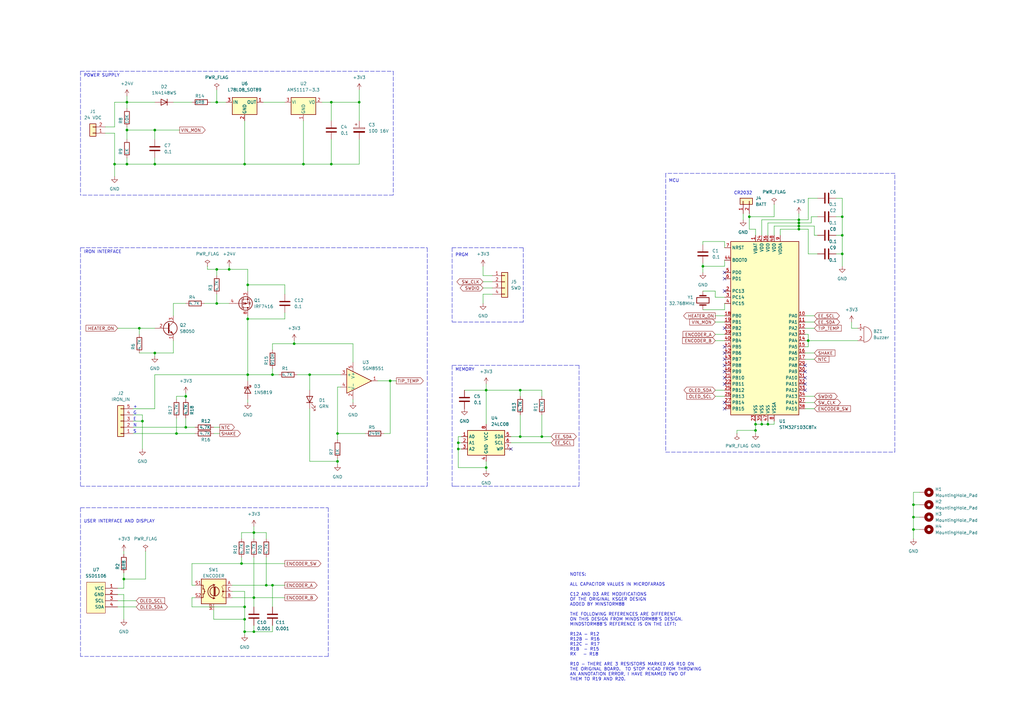
<source format=kicad_sch>
(kicad_sch (version 20211123) (generator eeschema)
  (paper "A3")
  (title_block (title "KSGER T12 Soldering Iron Heating Controller") (date "2022-05-06") (rev "2") (comment 1 "Original Design by MINDSTORM88 on the EEVBlog Forums") (comment 2 "Replicated by Omega9380"))
  (junction (at 93.98 110.49))
  (junction (at 104.14 245.11))
  (junction (at 88.9 124.46))
  (junction (at 88.9 110.49))
  (junction (at 63.5 53.34))
  (junction (at 374.65 217.17))
  (junction (at 72.39 177.8))
  (junction (at 100.33 259.08))
  (junction (at 187.96 184.15))
  (junction (at 288.29 109.22))
  (junction (at 374.65 207.01))
  (junction (at 307.34 88.9))
  (junction (at 58.42 172.72))
  (junction (at 101.6 153.67))
  (junction (at 101.6 130.81))
  (junction (at 327.66 93.98))
  (junction (at 213.36 179.07))
  (junction (at 309.88 176.53))
  (junction (at 160.02 156.21))
  (junction (at 199.39 191.77))
  (junction (at 104.14 259.08))
  (junction (at 127 153.67))
  (junction (at 111.76 240.03))
  (junction (at 138.43 189.23))
  (junction (at 345.44 88.9))
  (junction (at 63.5 144.78))
  (junction (at 57.15 134.62))
  (junction (at 76.2 162.56))
  (junction (at 147.32 41.91))
  (junction (at 100.33 67.31))
  (junction (at 135.89 41.91))
  (junction (at 314.96 173.99))
  (junction (at 88.9 41.91))
  (junction (at 111.76 153.67))
  (junction (at 309.88 173.99))
  (junction (at 46.99 67.31))
  (junction (at 312.42 173.99))
  (junction (at 138.43 177.8))
  (junction (at 213.36 160.02))
  (junction (at 331.47 139.7))
  (junction (at 345.44 104.14))
  (junction (at 374.65 212.09))
  (junction (at 100.33 248.92))
  (junction (at 109.22 240.03))
  (junction (at 52.07 67.31))
  (junction (at 50.8 237.49))
  (junction (at 222.25 179.07))
  (junction (at 99.06 231.14))
  (junction (at 104.14 218.44))
  (junction (at 101.6 116.84))
  (junction (at 327.66 91.44))
  (junction (at 327.66 92.71))
  (junction (at 327.66 90.17))
  (junction (at 52.07 53.34))
  (junction (at 120.65 140.97))
  (junction (at 345.44 96.52))
  (junction (at 52.07 41.91))
  (junction (at 124.46 67.31))
  (junction (at 63.5 67.31))
  (junction (at 187.96 181.61))
  (junction (at 135.89 67.31))
  (junction (at 76.2 175.26))
  (junction (at 100.33 254))
  (junction (at 199.39 160.02))
  (no_connect (at 297.18 114.3))
  (no_connect (at 297.18 111.76))
  (no_connect (at 297.18 119.38))
  (no_connect (at 209.55 184.15))
  (no_connect (at 297.18 165.1))
  (no_connect (at 297.18 167.64))
  (no_connect (at 330.2 149.86))
  (no_connect (at 330.2 160.02))
  (no_connect (at 330.2 157.48))
  (no_connect (at 330.2 152.4))
  (no_connect (at 330.2 154.94))
  (no_connect (at 297.18 157.48))
  (no_connect (at 297.18 152.4))
  (no_connect (at 297.18 147.32))
  (no_connect (at 297.18 144.78))
  (no_connect (at 297.18 149.86))
  (no_connect (at 297.18 154.94))
  (no_connect (at 297.18 142.24))
  (no_connect (at 297.18 134.62))
  (wire (pts (xy 135.89 67.31) (xy 147.32 67.31)))
  (wire (pts (xy 116.84 128.27) (xy 116.84 130.81)))
  (wire (pts (xy 314.96 173.99) (xy 312.42 173.99)))
  (wire (pts (xy 127 167.64) (xy 127 189.23)))
  (wire (pts (xy 190.5 160.02) (xy 199.39 160.02)))
  (wire (pts (xy 57.15 144.78) (xy 63.5 144.78)))
  (wire (pts (xy 54.61 175.26) (xy 76.2 175.26)))
  (wire (pts (xy 104.14 245.11) (xy 104.14 248.92)))
  (wire (pts (xy 101.6 110.49) (xy 93.98 110.49)))
  (wire (pts (xy 293.37 162.56) (xy 297.18 162.56)))
  (wire (pts (xy 111.76 259.08) (xy 111.76 256.54)))
  (wire (pts (xy 213.36 179.07) (xy 222.25 179.07)))
  (wire (pts (xy 144.78 148.59) (xy 144.78 140.97)))
  (wire (pts (xy 374.65 217.17) (xy 374.65 220.98)))
  (wire (pts (xy 100.33 259.08) (xy 100.33 260.35)))
  (wire (pts (xy 52.07 41.91) (xy 63.5 41.91)))
  (wire (pts (xy 293.37 119.38) (xy 288.29 119.38)))
  (wire (pts (xy 88.9 36.83) (xy 88.9 41.91)))
  (wire (pts (xy 187.96 184.15) (xy 187.96 191.77)))
  (wire (pts (xy 297.18 99.06) (xy 297.18 101.6)))
  (wire (pts (xy 199.39 189.23) (xy 199.39 191.77)))
  (wire (pts (xy 327.66 91.44) (xy 327.66 92.71)))
  (wire (pts (xy 50.8 234.95) (xy 50.8 237.49)))
  (wire (pts (xy 50.8 237.49) (xy 50.8 241.3)))
  (wire (pts (xy 288.29 109.22) (xy 288.29 111.76)))
  (wire (pts (xy 331.47 104.14) (xy 335.28 104.14)))
  (wire (pts (xy 63.5 144.78) (xy 63.5 146.05)))
  (wire (pts (xy 63.5 67.31) (xy 100.33 67.31)))
  (wire (pts (xy 331.47 93.98) (xy 331.47 104.14)))
  (polyline (pts (xy 237.49 199.39) (xy 237.49 149.86)))
  (wire (pts (xy 139.7 158.75) (xy 138.43 158.75)))
  (wire (pts (xy 293.37 129.54) (xy 297.18 129.54)))
  (wire (pts (xy 320.04 93.98) (xy 327.66 93.98)))
  (polyline (pts (xy 185.42 101.6) (xy 214.63 101.6)))
  (wire (pts (xy 63.5 53.34) (xy 52.07 53.34)))
  (wire (pts (xy 334.01 162.56) (xy 330.2 162.56)))
  (wire (pts (xy 317.5 96.52) (xy 317.5 92.71)))
  (wire (pts (xy 63.5 167.64) (xy 63.5 153.67)))
  (wire (pts (xy 76.2 175.26) (xy 80.01 175.26)))
  (wire (pts (xy 293.37 132.08) (xy 297.18 132.08)))
  (wire (pts (xy 293.37 121.92) (xy 293.37 119.38)))
  (polyline (pts (xy 273.05 185.42) (xy 367.03 185.42)))
  (wire (pts (xy 297.18 121.92) (xy 293.37 121.92)))
  (wire (pts (xy 288.29 109.22) (xy 288.29 107.95)))
  (wire (pts (xy 327.66 93.98) (xy 331.47 93.98)))
  (wire (pts (xy 72.39 171.45) (xy 72.39 177.8)))
  (wire (pts (xy 314.96 91.44) (xy 327.66 91.44)))
  (polyline (pts (xy 33.02 208.28) (xy 33.02 269.24)))
  (polyline (pts (xy 186.69 199.39) (xy 237.49 199.39)))
  (wire (pts (xy 199.39 160.02) (xy 199.39 173.99)))
  (wire (pts (xy 317.5 173.99) (xy 314.96 173.99)))
  (wire (pts (xy 314.96 96.52) (xy 314.96 91.44)))
  (wire (pts (xy 222.25 170.18) (xy 222.25 179.07)))
  (wire (pts (xy 317.5 92.71) (xy 327.66 92.71)))
  (wire (pts (xy 88.9 110.49) (xy 93.98 110.49)))
  (wire (pts (xy 317.5 172.72) (xy 317.5 173.99)))
  (wire (pts (xy 320.04 96.52) (xy 320.04 93.98)))
  (wire (pts (xy 88.9 113.03) (xy 88.9 110.49)))
  (wire (pts (xy 345.44 81.28) (xy 345.44 88.9)))
  (wire (pts (xy 111.76 248.92) (xy 111.76 240.03)))
  (wire (pts (xy 374.65 217.17) (xy 377.19 217.17)))
  (wire (pts (xy 85.09 110.49) (xy 88.9 110.49)))
  (wire (pts (xy 149.86 177.8) (xy 138.43 177.8)))
  (wire (pts (xy 90.17 175.26) (xy 87.63 175.26)))
  (wire (pts (xy 334.01 129.54) (xy 330.2 129.54)))
  (wire (pts (xy 288.29 99.06) (xy 297.18 99.06)))
  (polyline (pts (xy 237.49 149.86) (xy 185.42 149.86)))
  (wire (pts (xy 209.55 181.61) (xy 226.06 181.61)))
  (wire (pts (xy 199.39 160.02) (xy 213.36 160.02)))
  (wire (pts (xy 377.19 201.93) (xy 374.65 201.93)))
  (wire (pts (xy 86.36 41.91) (xy 88.9 41.91)))
  (wire (pts (xy 309.88 173.99) (xy 309.88 176.53)))
  (wire (pts (xy 213.36 160.02) (xy 213.36 162.56)))
  (wire (pts (xy 138.43 177.8) (xy 138.43 180.34)))
  (polyline (pts (xy 367.03 185.42) (xy 367.03 71.12)))
  (wire (pts (xy 138.43 187.96) (xy 138.43 189.23)))
  (wire (pts (xy 71.12 41.91) (xy 78.74 41.91)))
  (wire (pts (xy 59.69 226.06) (xy 59.69 237.49)))
  (wire (pts (xy 52.07 67.31) (xy 63.5 67.31)))
  (wire (pts (xy 374.65 207.01) (xy 374.65 212.09)))
  (wire (pts (xy 189.23 179.07) (xy 187.96 179.07)))
  (wire (pts (xy 302.26 177.8) (xy 302.26 176.53)))
  (wire (pts (xy 59.69 237.49) (xy 50.8 237.49)))
  (wire (pts (xy 99.06 218.44) (xy 104.14 218.44)))
  (wire (pts (xy 331.47 137.16) (xy 331.47 139.7)))
  (wire (pts (xy 78.74 245.11) (xy 78.74 248.92)))
  (wire (pts (xy 213.36 170.18) (xy 213.36 179.07)))
  (wire (pts (xy 52.07 52.07) (xy 52.07 53.34)))
  (wire (pts (xy 93.98 110.49) (xy 93.98 109.22)))
  (wire (pts (xy 331.47 81.28) (xy 335.28 81.28)))
  (wire (pts (xy 104.14 218.44) (xy 104.14 220.98)))
  (wire (pts (xy 88.9 41.91) (xy 92.71 41.91)))
  (polyline (pts (xy 185.42 199.39) (xy 186.69 199.39)))
  (wire (pts (xy 100.33 49.53) (xy 100.33 67.31)))
  (polyline (pts (xy 161.29 80.01) (xy 33.02 80.01)))
  (wire (pts (xy 187.96 181.61) (xy 189.23 181.61)))
  (wire (pts (xy 100.33 254) (xy 100.33 259.08)))
  (wire (pts (xy 54.61 177.8) (xy 72.39 177.8)))
  (wire (pts (xy 124.46 49.53) (xy 124.46 67.31)))
  (wire (pts (xy 307.34 93.98) (xy 309.88 93.98)))
  (wire (pts (xy 138.43 189.23) (xy 138.43 190.5)))
  (wire (pts (xy 160.02 177.8) (xy 160.02 156.21)))
  (wire (pts (xy 87.63 250.19) (xy 87.63 254)))
  (wire (pts (xy 100.33 242.57) (xy 100.33 248.92)))
  (wire (pts (xy 52.07 41.91) (xy 52.07 44.45)))
  (wire (pts (xy 88.9 124.46) (xy 93.98 124.46)))
  (wire (pts (xy 95.25 242.57) (xy 100.33 242.57)))
  (wire (pts (xy 58.42 172.72) (xy 58.42 184.15)))
  (wire (pts (xy 297.18 124.46) (xy 297.18 127)))
  (wire (pts (xy 76.2 162.56) (xy 76.2 163.83)))
  (wire (pts (xy 63.5 153.67) (xy 101.6 153.67)))
  (wire (pts (xy 187.96 181.61) (xy 187.96 184.15)))
  (wire (pts (xy 121.92 153.67) (xy 127 153.67)))
  (wire (pts (xy 222.25 179.07) (xy 226.06 179.07)))
  (wire (pts (xy 101.6 165.1) (xy 101.6 163.83)))
  (wire (pts (xy 201.93 113.03) (xy 198.12 113.03)))
  (polyline (pts (xy 33.02 208.28) (xy 134.62 208.28)))
  (wire (pts (xy 46.99 41.91) (xy 52.07 41.91)))
  (wire (pts (xy 116.84 130.81) (xy 101.6 130.81)))
  (wire (pts (xy 88.9 120.65) (xy 88.9 124.46)))
  (wire (pts (xy 157.48 177.8) (xy 160.02 177.8)))
  (wire (pts (xy 138.43 158.75) (xy 138.43 177.8)))
  (polyline (pts (xy 185.42 149.86) (xy 185.42 199.39)))
  (wire (pts (xy 101.6 116.84) (xy 101.6 110.49)))
  (wire (pts (xy 50.8 243.84) (xy 50.8 254)))
  (wire (pts (xy 312.42 173.99) (xy 309.88 173.99)))
  (wire (pts (xy 332.74 91.44) (xy 332.74 88.9)))
  (wire (pts (xy 50.8 241.3) (xy 48.26 241.3)))
  (wire (pts (xy 327.66 90.17) (xy 327.66 91.44)))
  (wire (pts (xy 307.34 87.63) (xy 307.34 88.9)))
  (polyline (pts (xy 33.02 101.6) (xy 33.02 199.39)))
  (wire (pts (xy 209.55 179.07) (xy 213.36 179.07)))
  (wire (pts (xy 100.33 67.31) (xy 124.46 67.31)))
  (wire (pts (xy 55.88 246.38) (xy 48.26 246.38)))
  (wire (pts (xy 312.42 96.52) (xy 312.42 90.17)))
  (wire (pts (xy 327.66 87.63) (xy 327.66 90.17)))
  (wire (pts (xy 52.07 39.37) (xy 52.07 41.91)))
  (wire (pts (xy 345.44 109.22) (xy 345.44 104.14)))
  (wire (pts (xy 312.42 90.17) (xy 327.66 90.17)))
  (wire (pts (xy 147.32 57.15) (xy 147.32 67.31)))
  (wire (pts (xy 72.39 162.56) (xy 76.2 162.56)))
  (wire (pts (xy 83.82 124.46) (xy 88.9 124.46)))
  (wire (pts (xy 80.01 245.11) (xy 78.74 245.11)))
  (wire (pts (xy 342.9 96.52) (xy 345.44 96.52)))
  (wire (pts (xy 104.14 228.6) (xy 104.14 245.11)))
  (polyline (pts (xy 33.02 29.21) (xy 33.02 80.01)))
  (wire (pts (xy 312.42 172.72) (xy 312.42 173.99)))
  (wire (pts (xy 80.01 240.03) (xy 78.74 240.03)))
  (wire (pts (xy 48.26 134.62) (xy 57.15 134.62)))
  (wire (pts (xy 132.08 41.91) (xy 135.89 41.91)))
  (wire (pts (xy 297.18 109.22) (xy 288.29 109.22)))
  (wire (pts (xy 317.5 88.9) (xy 307.34 88.9)))
  (wire (pts (xy 288.29 100.33) (xy 288.29 99.06)))
  (wire (pts (xy 334.01 144.78) (xy 330.2 144.78)))
  (wire (pts (xy 374.65 201.93) (xy 374.65 207.01)))
  (wire (pts (xy 104.14 215.9) (xy 104.14 218.44)))
  (wire (pts (xy 120.65 140.97) (xy 120.65 139.7)))
  (wire (pts (xy 342.9 88.9) (xy 345.44 88.9)))
  (wire (pts (xy 331.47 139.7) (xy 331.47 142.24)))
  (wire (pts (xy 127 153.67) (xy 139.7 153.67)))
  (wire (pts (xy 334.01 147.32) (xy 330.2 147.32)))
  (wire (pts (xy 334.01 134.62) (xy 330.2 134.62)))
  (wire (pts (xy 101.6 156.21) (xy 101.6 153.67)))
  (wire (pts (xy 101.6 130.81) (xy 101.6 129.54)))
  (wire (pts (xy 116.84 120.65) (xy 116.84 116.84)))
  (wire (pts (xy 160.02 156.21) (xy 154.94 156.21)))
  (wire (pts (xy 95.25 240.03) (xy 109.22 240.03)))
  (wire (pts (xy 330.2 139.7) (xy 331.47 139.7)))
  (wire (pts (xy 144.78 165.1) (xy 144.78 163.83)))
  (wire (pts (xy 199.39 157.48) (xy 199.39 160.02)))
  (wire (pts (xy 293.37 160.02) (xy 297.18 160.02)))
  (polyline (pts (xy 33.02 101.6) (xy 175.26 101.6)))
  (polyline (pts (xy 33.02 199.39) (xy 175.26 199.39)))
  (wire (pts (xy 135.89 57.15) (xy 135.89 67.31)))
  (wire (pts (xy 95.25 245.11) (xy 104.14 245.11)))
  (wire (pts (xy 54.61 172.72) (xy 58.42 172.72)))
  (wire (pts (xy 351.79 134.62) (xy 349.25 134.62)))
  (wire (pts (xy 345.44 104.14) (xy 342.9 104.14)))
  (wire (pts (xy 345.44 88.9) (xy 345.44 96.52)))
  (wire (pts (xy 293.37 139.7) (xy 297.18 139.7)))
  (wire (pts (xy 50.8 226.06) (xy 50.8 227.33)))
  (wire (pts (xy 46.99 67.31) (xy 52.07 67.31)))
  (wire (pts (xy 198.12 120.65) (xy 198.12 124.46)))
  (polyline (pts (xy 185.42 101.6) (xy 185.42 132.08)))
  (wire (pts (xy 99.06 228.6) (xy 99.06 231.14)))
  (wire (pts (xy 57.15 134.62) (xy 63.5 134.62)))
  (wire (pts (xy 111.76 151.13) (xy 111.76 153.67)))
  (wire (pts (xy 297.18 106.68) (xy 297.18 109.22)))
  (wire (pts (xy 327.66 92.71) (xy 334.01 92.71)))
  (wire (pts (xy 78.74 248.92) (xy 100.33 248.92)))
  (wire (pts (xy 127 153.67) (xy 127 160.02)))
  (polyline (pts (xy 161.29 29.21) (xy 161.29 80.01)))
  (wire (pts (xy 55.88 248.92) (xy 48.26 248.92)))
  (wire (pts (xy 334.01 92.71) (xy 334.01 96.52)))
  (wire (pts (xy 52.07 53.34) (xy 52.07 57.15)))
  (wire (pts (xy 309.88 173.99) (xy 309.88 172.72)))
  (wire (pts (xy 85.09 109.22) (xy 85.09 110.49)))
  (wire (pts (xy 327.66 92.71) (xy 327.66 93.98)))
  (wire (pts (xy 327.66 91.44) (xy 332.74 91.44)))
  (polyline (pts (xy 214.63 132.08) (xy 185.42 132.08)))
  (polyline (pts (xy 273.05 71.12) (xy 273.05 185.42)))
  (wire (pts (xy 71.12 144.78) (xy 63.5 144.78)))
  (wire (pts (xy 187.96 191.77) (xy 199.39 191.77)))
  (wire (pts (xy 162.56 156.21) (xy 160.02 156.21)))
  (wire (pts (xy 345.44 96.52) (xy 345.44 104.14)))
  (polyline (pts (xy 214.63 101.6) (xy 214.63 132.08)))
  (wire (pts (xy 116.84 116.84) (xy 101.6 116.84)))
  (wire (pts (xy 330.2 137.16) (xy 331.47 137.16)))
  (wire (pts (xy 76.2 161.29) (xy 76.2 162.56)))
  (polyline (pts (xy 33.02 29.21) (xy 161.29 29.21)))
  (wire (pts (xy 72.39 177.8) (xy 80.01 177.8)))
  (wire (pts (xy 334.01 132.08) (xy 330.2 132.08)))
  (wire (pts (xy 99.06 231.14) (xy 116.84 231.14)))
  (wire (pts (xy 304.8 87.63) (xy 304.8 90.17)))
  (wire (pts (xy 54.61 170.18) (xy 58.42 170.18)))
  (wire (pts (xy 46.99 54.61) (xy 43.18 54.61)))
  (wire (pts (xy 187.96 184.15) (xy 189.23 184.15)))
  (polyline (pts (xy 134.62 208.28) (xy 134.62 269.24)))
  (wire (pts (xy 107.95 41.91) (xy 116.84 41.91)))
  (wire (pts (xy 334.01 167.64) (xy 330.2 167.64)))
  (wire (pts (xy 332.74 88.9) (xy 335.28 88.9)))
  (wire (pts (xy 374.65 212.09) (xy 374.65 217.17)))
  (wire (pts (xy 374.65 212.09) (xy 377.19 212.09)))
  (wire (pts (xy 46.99 67.31) (xy 46.99 54.61)))
  (wire (pts (xy 76.2 171.45) (xy 76.2 175.26)))
  (wire (pts (xy 104.14 218.44) (xy 109.22 218.44)))
  (wire (pts (xy 334.01 96.52) (xy 335.28 96.52)))
  (wire (pts (xy 104.14 245.11) (xy 116.84 245.11)))
  (wire (pts (xy 297.18 127) (xy 288.29 127)))
  (polyline (pts (xy 134.62 269.24) (xy 33.02 269.24)))
  (wire (pts (xy 63.5 53.34) (xy 73.66 53.34)))
  (wire (pts (xy 111.76 240.03) (xy 116.84 240.03)))
  (wire (pts (xy 52.07 64.77) (xy 52.07 67.31)))
  (wire (pts (xy 147.32 36.83) (xy 147.32 41.91)))
  (wire (pts (xy 78.74 231.14) (xy 99.06 231.14)))
  (wire (pts (xy 99.06 218.44) (xy 99.06 220.98)))
  (wire (pts (xy 342.9 81.28) (xy 345.44 81.28)))
  (wire (pts (xy 331.47 90.17) (xy 331.47 81.28)))
  (wire (pts (xy 104.14 256.54) (xy 104.14 259.08)))
  (wire (pts (xy 198.12 113.03) (xy 198.12 109.22)))
  (polyline (pts (xy 175.26 199.39) (xy 175.26 101.6)))
  (wire (pts (xy 198.12 115.57) (xy 201.93 115.57)))
  (wire (pts (xy 109.22 240.03) (xy 111.76 240.03)))
  (wire (pts (xy 109.22 218.44) (xy 109.22 220.98)))
  (wire (pts (xy 111.76 143.51) (xy 111.76 140.97)))
  (wire (pts (xy 124.46 67.31) (xy 135.89 67.31)))
  (wire (pts (xy 46.99 67.31) (xy 46.99 72.39)))
  (wire (pts (xy 293.37 137.16) (xy 297.18 137.16)))
  (wire (pts (xy 63.5 53.34) (xy 63.5 57.15)))
  (wire (pts (xy 71.12 124.46) (xy 76.2 124.46)))
  (wire (pts (xy 331.47 142.24) (xy 330.2 142.24)))
  (wire (pts (xy 307.34 88.9) (xy 307.34 93.98)))
  (wire (pts (xy 46.99 52.07) (xy 46.99 41.91)))
  (wire (pts (xy 58.42 170.18) (xy 58.42 172.72)))
  (wire (pts (xy 302.26 176.53) (xy 309.88 176.53)))
  (wire (pts (xy 198.12 118.11) (xy 201.93 118.11)))
  (wire (pts (xy 135.89 41.91) (xy 147.32 41.91)))
  (wire (pts (xy 213.36 160.02) (xy 222.25 160.02)))
  (wire (pts (xy 104.14 259.08) (xy 100.33 259.08)))
  (wire (pts (xy 135.89 41.91) (xy 135.89 49.53)))
  (wire (pts (xy 90.17 177.8) (xy 87.63 177.8)))
  (wire (pts (xy 101.6 153.67) (xy 111.76 153.67)))
  (wire (pts (xy 71.12 129.54) (xy 71.12 124.46)))
  (wire (pts (xy 147.32 41.91) (xy 147.32 49.53)))
  (wire (pts (xy 48.26 243.84) (xy 50.8 243.84)))
  (wire (pts (xy 43.18 52.07) (xy 46.99 52.07)))
  (wire (pts (xy 199.39 191.77) (xy 199.39 193.04)))
  (wire (pts (xy 334.01 165.1) (xy 330.2 165.1)))
  (wire (pts (xy 201.93 120.65) (xy 198.12 120.65)))
  (wire (pts (xy 144.78 140.97) (xy 120.65 140.97)))
  (wire (pts (xy 72.39 163.83) (xy 72.39 162.56)))
  (wire (pts (xy 222.25 160.02) (xy 222.25 162.56)))
  (wire (pts (xy 309.88 93.98) (xy 309.88 96.52)))
  (wire (pts (xy 349.25 132.08) (xy 349.25 134.62)))
  (wire (pts (xy 111.76 153.67) (xy 114.3 153.67)))
  (wire (pts (xy 54.61 167.64) (xy 63.5 167.64)))
  (wire (pts (xy 57.15 134.62) (xy 57.15 137.16)))
  (wire (pts (xy 187.96 179.07) (xy 187.96 181.61)))
  (wire (pts (xy 109.22 228.6) (xy 109.22 240.03)))
  (wire (pts (xy 374.65 207.01) (xy 377.19 207.01)))
  (wire (pts (xy 101.6 119.38) (xy 101.6 116.84)))
  (wire (pts (xy 100.33 248.92) (xy 100.33 254)))
  (wire (pts (xy 327.66 90.17) (xy 331.47 90.17)))
  (wire (pts (xy 87.63 254) (xy 100.33 254)))
  (wire (pts (xy 309.88 176.53) (xy 309.88 177.8)))
  (wire (pts (xy 314.96 172.72) (xy 314.96 173.99)))
  (wire (pts (xy 63.5 64.77) (xy 63.5 67.31)))
  (wire (pts (xy 101.6 153.67) (xy 101.6 130.81)))
  (wire (pts (xy 331.47 139.7) (xy 351.79 139.7)))
  (polyline (pts (xy 367.03 71.12) (xy 273.05 71.12)))
  (wire (pts (xy 111.76 140.97) (xy 120.65 140.97)))
  (wire (pts (xy 317.5 83.82) (xy 317.5 88.9)))
  (wire (pts (xy 78.74 240.03) (xy 78.74 231.14)))
  (wire (pts (xy 127 189.23) (xy 138.43 189.23)))
  (wire (pts (xy 104.14 259.08) (xy 111.76 259.08)))
  (wire (pts (xy 71.12 139.7) (xy 71.12 144.78)))
  (text "E" (at 54.61 172.72 0) (effects (font (size 1.27 1.27)) (justify left bottom)))
  (text "USER INTERFACE AND DISPLAY" (at 34.29 214.63 0) (effects (font (size 1.27 1.27)) (justify left bottom)))
  (text "PRGM" (at 186.69 105.41 0) (effects (font (size 1.27 1.27)) (justify left bottom)))
  (text "+" (at 54.61 167.64 0) (effects (font (size 1.27 1.27)) (justify left bottom)))
  (text "POWER SUPPLY" (at 34.29 31.75 0) (effects (font (size 1.27 1.27)) (justify left bottom)))
  (text "MCU" (at 274.32 74.93 0) (effects (font (size 1.27 1.27)) (justify left bottom)))
  (text "G" (at 54.61 170.18 0) (effects (font (size 1.27 1.27)) (justify left bottom)))
  (text "N" (at 54.61 175.26 0) (effects (font (size 1.27 1.27)) (justify left bottom)))
  (text "IRON INTERFACE" (at 34.29 104.14 0) (effects (font (size 1.27 1.27)) (justify left bottom)))
  (text "CR2032" (at 300.99 80.01 0) (effects (font (size 1.27 1.27)) (justify left bottom)))
  (text "MEMORY" (at 186.69 152.4 0) (effects (font (size 1.27 1.27)) (justify left bottom)))
  (text "NOTES:\n\nALL CAPACITOR VALUES IN MICROFARADS\n\nC12 AND D3 ARE MODIFICATIONS\nOF THE ORIGINAL KSGER DESIGN\nADDED BY MINSTORM88\n\nTHE FOLLOWING REFERENCES ARE DIFFERENT\nON THIS DESIGN FROM MINDSTORM88'S DESIGN.\nMINDSTORM88'S REFERENCE IS ON THE LEFT:\n\nR12A - R12\nR12B - R16\nR12C - R17\nR1B  - R15\nRX   - R18\n\nR10 - THERE ARE 3 RESISTORS MARKED AS R10 ON\nTHE ORIGINAL BOARD.  TO STOP KICAD FROM THROWING\nAN ANNOTATION ERROR, I HAVE RENAMED TWO OF \nTHEM TO R19 AND R20." (at 233.68 279.4 0) (effects (font (size 1.27 1.27)) (justify left bottom)))
  (text "S" (at 54.61 177.8 0) (effects (font (size 1.27 1.27)) (justify left bottom)))
  (global_label "OLED_SDA" (shape bidirectional) (at 55.88 248.92 0) (property "Intersheet References" "${INTERSHEET_REFS}" (effects hide)))
  (global_label "VIN_MON" (shape input) (at 293.37 132.08 180) (property "Intersheet References" "${INTERSHEET_REFS}" (effects hide)))
  (global_label "HEATER_ON" (shape output) (at 293.37 129.54 180) (property "Intersheet References" "${INTERSHEET_REFS}" (effects hide)))
  (global_label "ENCODER_SW" (shape output) (at 116.84 231.14 0) (property "Intersheet References" "${INTERSHEET_REFS}" (effects hide)))
  (global_label "ENCODER_A" (shape output) (at 116.84 240.03 0) (property "Intersheet References" "${INTERSHEET_REFS}" (effects hide)))
  (global_label "SWDIO" (shape bidirectional) (at 334.01 162.56 0) (property "Intersheet References" "${INTERSHEET_REFS}" (effects hide)))
  (global_label "SWDIO" (shape bidirectional) (at 198.12 118.11 180) (property "Intersheet References" "${INTERSHEET_REFS}" (effects hide)))
  (global_label "SW_CLK" (shape bidirectional) (at 198.12 115.57 180) (property "Intersheet References" "${INTERSHEET_REFS}" (effects hide)))
  (global_label "TIP_TEMP" (shape output) (at 162.56 156.21 0) (property "Intersheet References" "${INTERSHEET_REFS}" (effects hide)))
  (global_label "EE_SDA" (shape bidirectional) (at 226.06 179.07 0) (property "Intersheet References" "${INTERSHEET_REFS}" (effects hide)))
  (global_label "SW_CLK" (shape bidirectional) (at 334.01 165.1 0) (property "Intersheet References" "${INTERSHEET_REFS}" (effects hide)))
  (global_label "NTC" (shape output) (at 90.17 175.26 0) (property "Intersheet References" "${INTERSHEET_REFS}" (effects hide)))
  (global_label "VIN_MON" (shape output) (at 73.66 53.34 0) (property "Intersheet References" "${INTERSHEET_REFS}" (effects hide)))
  (global_label "OLED_SCL" (shape input) (at 55.88 246.38 0) (property "Intersheet References" "${INTERSHEET_REFS}" (effects hide)))
  (global_label "NTC" (shape input) (at 334.01 147.32 0) (property "Intersheet References" "${INTERSHEET_REFS}" (effects hide)))
  (global_label "SHAKE" (shape output) (at 90.17 177.8 0) (property "Intersheet References" "${INTERSHEET_REFS}" (effects hide)))
  (global_label "EE_SDA" (shape bidirectional) (at 334.01 132.08 0) (property "Intersheet References" "${INTERSHEET_REFS}" (effects hide)))
  (global_label "EE_SCL" (shape bidirectional) (at 334.01 129.54 0) (property "Intersheet References" "${INTERSHEET_REFS}" (effects hide)))
  (global_label "ENCODER_SW" (shape input) (at 334.01 167.64 0) (property "Intersheet References" "${INTERSHEET_REFS}" (effects hide)))
  (global_label "SHAKE" (shape input) (at 334.01 144.78 0) (property "Intersheet References" "${INTERSHEET_REFS}" (effects hide)))
  (global_label "ENCODER_B" (shape output) (at 116.84 245.11 0) (property "Intersheet References" "${INTERSHEET_REFS}" (effects hide)))
  (global_label "TIP_TEMP" (shape input) (at 334.01 134.62 0) (property "Intersheet References" "${INTERSHEET_REFS}" (effects hide)))
  (global_label "EE_SCL" (shape input) (at 226.06 181.61 0) (property "Intersheet References" "${INTERSHEET_REFS}" (effects hide)))
  (global_label "OLED_SCL" (shape input) (at 293.37 162.56 180) (property "Intersheet References" "${INTERSHEET_REFS}" (effects hide)))
  (global_label "ENCODER_B" (shape input) (at 293.37 139.7 180) (property "Intersheet References" "${INTERSHEET_REFS}" (effects hide)))
  (global_label "OLED_SDA" (shape bidirectional) (at 293.37 160.02 180) (property "Intersheet References" "${INTERSHEET_REFS}" (effects hide)))
  (global_label "HEATER_ON" (shape input) (at 48.26 134.62 180) (property "Intersheet References" "${INTERSHEET_REFS}" (effects hide)))
  (global_label "ENCODER_A" (shape input) (at 293.37 137.16 180) (property "Intersheet References" "${INTERSHEET_REFS}" (effects hide)))
  (symbol (lib_id "power:PWR_FLAG") (at 88.9 36.83 0) (unit 1)
    (property "Reference" "#FLG0105" (effects hide))
    (property "Value" "PWR_FLAG" (at 88.9 31.75 0))
  )
  (symbol (lib_id "Device:R") (at 76.2 167.64 0) (mirror y) (unit 1)
    (property "Reference" "R18" (at 78.74 170.18 90) (effects (justify left)))
    (property "Value" "4.7K" (at 76.2 170.18 90) (effects (justify left)))
    (property "Footprint" "Resistor_SMD:R_0603_1608Metric" (effects hide))
    (property "JCLPCB Part #" "C23162" (effects hide))
  )
  (symbol (lib_id "MCU_ST_STM32F1:STM32F103C8Tx") (at 314.96 134.62 0) (unit 1)
    (property "Reference" "U1" (at 319.5194 172.72 0) (effects (justify left)))
    (property "Value" "STM32F103C8Tx" (at 319.5194 175.26 0) (effects (justify left)))
    (property "Footprint" "Package_QFP:LQFP-48_7x7mm_P0.5mm" (effects hide))
    (property "Datasheet" "http://www.st.com/st-web-ui/static/active/en/resource/technical/document/datasheet/CD00161566.pdf" (effects hide))
    (property "JCLPCB Part #" "C8734" (effects hide))
  )
  (symbol (lib_id "Device:C") (at 63.5 60.96 0) (unit 1)
    (property "Reference" "C7" (at 67.31 59.6899 0) (effects (justify left)))
    (property "Value" "0.1" (at 67.31 62.2299 0) (effects (justify left)))
    (property "Footprint" "Capacitor_SMD:C_0805_2012Metric" (effects hide))
    (property "JCLPCB Part #" "C49678" (effects hide))
  )
  (symbol (lib_id "Device:R") (at 52.07 48.26 180) (unit 1)
    (property "Reference" "R8" (at 49.53 50.8 90) (effects (justify right)))
    (property "Value" "10K" (at 52.07 50.8 90) (effects (justify right)))
    (property "Footprint" "Resistor_SMD:R_0603_1608Metric" (effects hide))
    (property "JCLPCB Part #" "C25197" (effects hide))
  )
  (symbol (lib_id "Transistor_BJT:S8050") (at 68.58 134.62 0) (unit 1)
    (property "Reference" "Q2" (at 73.66 133.3499 0) (effects (justify left)))
    (property "Value" "S8050" (at 73.66 135.8899 0) (effects (justify left)))
    (property "Footprint" "Package_TO_SOT_SMD:SOT-23" (effects hide))
    (property "Datasheet" "http://www.unisonic.com.tw/datasheet/S8050.pdf" (effects hide))
    (property "JCLPCB Part #" "C2146" (effects hide))
  )
  (symbol (lib_id "Regulator_Linear:L78L08_SOT89") (at 100.33 41.91 0) (unit 1)
    (property "Reference" "U6" (at 100.33 34.29 0))
    (property "Value" "L78L08_SOT89" (at 100.33 36.83 0))
    (property "Footprint" "Package_TO_SOT_SMD:SOT-89-3" (effects hide))
    (property "Datasheet" "http://www.st.com/content/ccc/resource/technical/document/datasheet/15/55/e5/aa/23/5b/43/fd/CD00000446.pdf/files/CD00000446.pdf/jcr:content/translations/en.CD00000446.pdf" (effects hide))
    (property "JCLPCB Part #" "C472525" (effects hide))
  )
  (symbol (lib_id "Regulator_Linear:AMS1117-3.3") (at 124.46 41.91 0) (unit 1)
    (property "Reference" "U2" (at 124.46 34.29 0))
    (property "Value" "AMS1117-3.3" (at 124.46 36.83 0))
    (property "Footprint" "Package_TO_SOT_SMD:SOT-223-3_TabPin2" (effects hide))
    (property "Datasheet" "http://www.advanced-monolithic.com/pdf/ds1117.pdf" (effects hide))
    (property "JCLPCB Part #" "C6186" (effects hide))
  )
  (symbol (lib_id "power:+3.3V") (at 198.12 109.22 0) (unit 1)
    (property "Reference" "#PWR0104" (effects hide))
    (property "Value" "+3.3V" (at 198.12 104.14 0))
  )
  (symbol (lib_id "Device:R") (at 109.22 224.79 0) (mirror y) (unit 1)
    (property "Reference" "R20" (at 106.68 227.33 90) (effects (justify left)))
    (property "Value" "4.7K" (at 109.22 227.33 90) (effects (justify left)))
    (property "Footprint" "Resistor_SMD:R_0603_1608Metric" (effects hide))
    (property "JCLPCB Part #" "C23162" (effects hide))
  )
  (symbol (lib_id "power:GND") (at 144.78 165.1 0) (unit 1)
    (property "Reference" "#PWR0111" (effects hide))
    (property "Value" "GND" (at 144.78 170.18 0))
  )
  (symbol (lib_id "Device:R") (at 50.8 231.14 0) (mirror y) (unit 1)
    (property "Reference" "R2" (at 48.26 233.68 90) (effects (justify left)))
    (property "Value" "6R8" (at 50.8 233.68 90) (effects (justify left)))
    (property "Footprint" "Resistor_SMD:R_0603_1608Metric" (effects hide))
    (property "JCLPCB Part #" "C23212" (effects hide))
  )
  (symbol (lib_id "Device:R") (at 104.14 224.79 0) (mirror y) (unit 1)
    (property "Reference" "R19" (at 101.6 227.33 90) (effects (justify left)))
    (property "Value" "4.7K" (at 104.14 227.33 90) (effects (justify left)))
    (property "Footprint" "Resistor_SMD:R_0603_1608Metric" (effects hide))
    (property "JCLPCB Part #" "C23162" (effects hide))
  )
  (symbol (lib_id "power:GND") (at 288.29 111.76 0) (unit 1)
    (property "Reference" "#PWR0108" (effects hide))
    (property "Value" "GND" (at 288.29 116.84 0))
  )
  (symbol (lib_id "Connector_Generic:Conn_01x02") (at 38.1 54.61 180) (unit 1)
    (property "Reference" "J1" (at 38.1 45.72 0))
    (property "Value" "24 VDC" (at 38.1 48.26 0))
    (property "Footprint" "Connector_JST:JST_EH_B2B-EH-A_1x02_P2.50mm_Vertical" (effects hide))
  )
  (symbol (lib_id "Connector_Generic:Conn_01x02") (at 304.8 82.55 90) (unit 1)
    (property "Reference" "J4" (at 309.88 81.2799 90) (effects (justify right)))
    (property "Value" "BATT" (at 309.88 83.8199 90) (effects (justify right)))
    (property "Footprint" "Connector_JST:JST_EH_B2B-EH-A_1x02_P2.50mm_Vertical" (effects hide))
  )
  (symbol (lib_id "Device:C_Polarized") (at 147.32 53.34 0) (unit 1)
    (property "Reference" "C3" (at 151.13 51.1809 0) (effects (justify left)))
    (property "Value" "100 16V" (at 151.13 53.7209 0) (effects (justify left)))
    (property "Footprint" "Capacitor_Tantalum_SMD:CP_EIA-7343-31_Kemet-D" (effects hide))
    (property "JCLPCB Part #" "C129274" (effects hide))
  )
  (symbol (lib_id "power:GND") (at 198.12 124.46 0) (unit 1)
    (property "Reference" "#PWR0103" (effects hide))
    (property "Value" "GND" (at 198.12 129.54 0))
  )
  (symbol (lib_id "power:+3.3V") (at 76.2 161.29 0) (unit 1)
    (property "Reference" "#PWR0118" (effects hide))
    (property "Value" "+3.3V" (at 76.2 156.21 0))
  )
  (symbol (lib_id "power:+3.3V") (at 199.39 157.48 0) (unit 1)
    (property "Reference" "#PWR0102" (effects hide))
    (property "Value" "+3.3V" (at 199.39 152.4 0))
  )
  (symbol (lib_id "Device:C") (at 339.09 88.9 90) (unit 1)
    (property "Reference" "C2" (at 341.63 86.36 90))
    (property "Value" "0.1" (at 341.63 91.44 90))
    (property "Footprint" "Capacitor_SMD:C_0201_0603Metric" (effects hide))
    (property "JCLPCB Part #" "C14663" (effects hide))
  )
  (symbol (lib_id "Device:C") (at 104.14 252.73 0) (unit 1)
    (property "Reference" "C10" (at 105.41 255.27 0) (effects (justify left)))
    (property "Value" "0.001" (at 105.41 257.81 0) (effects (justify left)))
    (property "Footprint" "Capacitor_SMD:C_0805_2012Metric" (effects hide))
    (property "JCLPCB Part #" "C46653" (effects hide))
  )
  (symbol (lib_id "Device:C") (at 339.09 81.28 90) (unit 1)
    (property "Reference" "C6" (at 341.63 78.74 90))
    (property "Value" "0.1" (at 341.63 83.82 90))
    (property "Footprint" "Capacitor_SMD:C_0201_0603Metric" (effects hide))
    (property "JCLPCB Part #" "C14663" (effects hide))
  )
  (symbol (lib_id "Device:R") (at 138.43 184.15 0) (mirror y) (unit 1)
    (property "Reference" "R7" (at 135.89 186.69 90) (effects (justify left)))
    (property "Value" "1K" (at 138.43 186.69 90) (effects (justify left)))
    (property "Footprint" "Resistor_SMD:R_0603_1608Metric" (effects hide))
    (property "JCLPCB Part #" "C21190" (effects hide))
  )
  (symbol (lib_id "Device:R") (at 99.06 224.79 0) (mirror y) (unit 1)
    (property "Reference" "R10" (at 96.52 227.33 90) (effects (justify left)))
    (property "Value" "4.7K" (at 99.06 227.33 90) (effects (justify left)))
    (property "Footprint" "Resistor_SMD:R_0603_1608Metric" (effects hide))
    (property "JCLPCB Part #" "C23162" (effects hide))
  )
  (symbol (lib_id "Device:C") (at 111.76 252.73 0) (unit 1)
    (property "Reference" "C11" (at 113.03 255.27 0) (effects (justify left)))
    (property "Value" "0.001" (at 113.03 257.81 0) (effects (justify left)))
    (property "Footprint" "Capacitor_SMD:C_0805_2012Metric" (effects hide))
    (property "JCLPCB Part #" "C46653" (effects hide))
  )
  (symbol (lib_id "Mechanical:MountingHole_Pad") (at 379.73 207.01 270) (unit 1)
    (property "Reference" "H2" (at 383.54 205.7399 90) (effects (justify left)))
    (property "Value" "MountingHole_Pad" (at 383.54 208.2799 90) (effects (justify left)))
    (property "Footprint" "MountingHole:MountingHole_3.2mm_M3_Pad_Via" (effects hide))
  )
  (symbol (lib_id "power:GND") (at 309.88 177.8 0) (unit 1)
    (property "Reference" "#PWR0109" (effects hide))
    (property "Value" "GND" (at 309.88 182.88 0))
  )
  (symbol (lib_id "Device:R") (at 80.01 124.46 270) (mirror x) (unit 1)
    (property "Reference" "R4" (at 77.47 121.92 90) (effects (justify left)))
    (property "Value" "4.7K" (at 77.47 124.46 90) (effects (justify left)))
    (property "Footprint" "Resistor_SMD:R_0603_1608Metric" (effects hide))
    (property "JCLPCB Part #" "C23162" (effects hide))
  )
  (symbol (lib_id "power:+3.3V") (at 349.25 132.08 0) (unit 1)
    (property "Reference" "#PWR0107" (effects hide))
    (property "Value" "+3.3V" (at 349.25 127 0))
  )
  (symbol (lib_id "KSGER Controller Parts:IRF7416") (at 100.33 124.46 0) (mirror x) (unit 1)
    (property "Reference" "Q1" (at 104.14 123.19 0) (effects (justify left)))
    (property "Value" "IRF7416" (at 104.14 125.73 0) (effects (justify left)))
    (property "Footprint" "Package_SO:SO-8_3.9x4.9mm_P1.27mm" (effects hide))
    (property "Datasheet" "https://datasheet.lcsc.com/lcsc/1809042016_Infineon-Technologies-IRF7416TRPBF_C3000.pdf" (effects hide))
    (property "JCLPCB Part #" "C3000" (effects hide))
  )
  (symbol (lib_id "Memory_EEPROM:24LC08") (at 199.39 181.61 0) (unit 1)
    (property "Reference" "U4" (at 201.4094 171.45 0) (effects (justify left)))
    (property "Value" "24LC08" (at 201.4094 173.99 0) (effects (justify left)))
    (property "Footprint" "Package_SO:SOP-8_3.9x4.9mm_P1.27mm" (effects hide))
    (property "Datasheet" "http://ww1.microchip.com/downloads/en/DeviceDoc/21710J.pdf" (effects hide))
    (property "JCLPCB Part #" "C5455" (effects hide))
  )
  (symbol (lib_id "Device:R") (at 83.82 175.26 90) (mirror x) (unit 1)
    (property "Reference" "R12" (at 86.36 172.72 90) (effects (justify left)))
    (property "Value" "4.7K" (at 86.36 175.26 90) (effects (justify left)))
    (property "Footprint" "Resistor_SMD:R_0603_1608Metric" (effects hide))
    (property "JCLPCB Part #" "C23162" (effects hide))
  )
  (symbol (lib_id "power:GND") (at 190.5 167.64 0) (unit 1)
    (property "Reference" "#PWR0126" (effects hide))
    (property "Value" "GND" (at 190.5 172.72 0))
  )
  (symbol (lib_id "Connector_Generic:Conn_01x05") (at 49.53 172.72 180) (unit 1)
    (property "Reference" "J2" (at 49.53 161.29 0))
    (property "Value" "IRON_IN" (at 49.53 163.83 0))
    (property "Footprint" "Connector_JST:JST_EH_B5B-EH-A_1x05_P2.50mm_Vertical" (effects hide))
  )
  (symbol (lib_id "Device:C") (at 190.5 163.83 0) (unit 1)
    (property "Reference" "C5" (at 194.31 162.5599 0) (effects (justify left)))
    (property "Value" "0.1" (at 194.31 165.0999 0) (effects (justify left)))
    (property "Footprint" "Capacitor_SMD:C_0805_2012Metric" (effects hide))
    (property "JCLPCB Part #" "C49678" (effects hide))
  )
  (symbol (lib_id "Device:R") (at 83.82 177.8 90) (mirror x) (unit 1)
    (property "Reference" "R16" (at 86.36 180.34 90) (effects (justify left)))
    (property "Value" "4.7K" (at 86.36 177.8 90) (effects (justify left)))
    (property "Footprint" "Resistor_SMD:R_0603_1608Metric" (effects hide))
    (property "JCLPCB Part #" "C23162" (effects hide))
  )
  (symbol (lib_id "power:GND") (at 138.43 190.5 0) (unit 1)
    (property "Reference" "#PWR0116" (effects hide))
    (property "Value" "GND" (at 138.43 195.58 0))
  )
  (symbol (lib_id "power:GND") (at 101.6 165.1 0) (unit 1)
    (property "Reference" "#PWR0112" (effects hide))
    (property "Value" "GND" (at 101.6 170.18 0))
  )
  (symbol (lib_id "Device:R") (at 57.15 140.97 0) (mirror y) (unit 1)
    (property "Reference" "R6" (at 54.61 143.51 90) (effects (justify left)))
    (property "Value" "4.7K" (at 57.15 143.51 90) (effects (justify left)))
    (property "Footprint" "Resistor_SMD:R_0603_1608Metric" (effects hide))
    (property "JCLPCB Part #" "C23162" (effects hide))
  )
  (symbol (lib_id "power:GND") (at 100.33 260.35 0) (unit 1)
    (property "Reference" "#PWR0120" (effects hide))
    (property "Value" "GND" (at 100.33 265.43 0))
  )
  (symbol (lib_id "KSGER Controller Parts:SGM8551") (at 147.32 156.21 0) (unit 1)
    (property "Reference" "U3" (at 148.59 148.59 0) (effects (justify left)))
    (property "Value" "SGM8551" (at 148.59 151.13 0) (effects (justify left)))
    (property "Footprint" "Package_TO_SOT_SMD:SOT-23-5" (effects hide))
    (property "Datasheet" "http://www.sg-micro.com/uploads/soft/20211230/1640853415.pdf" (effects hide))
    (property "JCLPCB Part #" "C83748" (effects hide))
  )
  (symbol (lib_id "Device:C") (at 339.09 104.14 90) (unit 1)
    (property "Reference" "C9" (at 341.63 101.6 90))
    (property "Value" "0.1" (at 341.63 106.68 90))
    (property "Footprint" "Capacitor_SMD:C_0201_0603Metric" (effects hide))
    (property "JCLPCB Part #" "C14663" (effects hide))
  )
  (symbol (lib_id "Device:C") (at 135.89 53.34 0) (unit 1)
    (property "Reference" "C4" (at 139.7 52.0699 0) (effects (justify left)))
    (property "Value" "0.1" (at 139.7 54.6099 0) (effects (justify left)))
    (property "Footprint" "Capacitor_SMD:C_0805_2012Metric" (effects hide))
    (property "JCLPCB Part #" "C49678" (effects hide))
  )
  (symbol (lib_id "Connector_Generic:Conn_01x04") (at 207.01 115.57 0) (unit 1)
    (property "Reference" "J5" (at 209.55 115.5699 0) (effects (justify left)))
    (property "Value" "SWD" (at 209.55 118.1099 0) (effects (justify left)))
    (property "Footprint" "Connector_JST:JST_EH_B4B-EH-A_1x04_P2.50mm_Vertical" (effects hide))
  )
  (symbol (lib_id "Device:Buzzer") (at 354.33 137.16 0) (unit 1)
    (property "Reference" "BZ1" (at 358.14 135.8899 0) (effects (justify left)))
    (property "Value" "Buzzer" (at 358.14 138.4299 0) (effects (justify left)))
    (property "Footprint" "Connector_JST:JST_EH_B2B-EH-A_1x02_P2.50mm_Vertical" (effects hide))
  )
  (symbol (lib_id "power:GND") (at 345.44 109.22 0) (unit 1)
    (property "Reference" "#PWR0125" (effects hide))
    (property "Value" "GND" (at 345.44 114.3 0))
  )
  (symbol (lib_id "power:+3.3V") (at 104.14 215.9 0) (unit 1)
    (property "Reference" "#PWR0121" (effects hide))
    (property "Value" "+3.3V" (at 104.14 210.82 0))
  )
  (symbol (lib_id "power:GND") (at 50.8 254 0) (unit 1)
    (property "Reference" "#PWR0114" (effects hide))
    (property "Value" "GND" (at 50.8 259.08 0))
  )
  (symbol (lib_id "Diode:1N4148WS") (at 67.31 41.91 180) (unit 1)
    (property "Reference" "D2" (at 67.31 35.56 0))
    (property "Value" "1N4148WS" (at 67.31 38.1 0))
    (property "Footprint" "Diode_SMD:D_SOD-323" (effects hide))
    (property "Datasheet" "https://www.vishay.com/docs/85751/1n4148ws.pdf" (effects hide))
    (property "JCLPCB Part #" "C2128" (effects hide))
  )
  (symbol (lib_id "power:PWR_FLAG") (at 302.26 177.8 180) (unit 1)
    (property "Reference" "#FLG0101" (effects hide))
    (property "Value" "PWR_FLAG" (at 302.26 182.88 0))
  )
  (symbol (lib_id "Device:R") (at 213.36 166.37 0) (mirror y) (unit 1)
    (property "Reference" "R13" (at 210.82 168.91 90) (effects (justify left)))
    (property "Value" "4.7K" (at 213.36 168.91 90) (effects (justify left)))
    (property "Footprint" "Resistor_SMD:R_0603_1608Metric" (effects hide))
    (property "JCLPCB Part #" "C23162" (effects hide))
  )
  (symbol (lib_id "power:PWR_FLAG") (at 59.69 226.06 0) (unit 1)
    (property "Reference" "#FLG0103" (effects hide))
    (property "Value" "PWR_FLAG" (at 59.69 220.98 0))
  )
  (symbol (lib_id "power:+3.3V") (at 147.32 36.83 0) (unit 1)
    (property "Reference" "#PWR0123" (effects hide))
    (property "Value" "+3.3V" (at 147.32 31.75 0))
  )
  (symbol (lib_id "Device:R") (at 52.07 60.96 180) (unit 1)
    (property "Reference" "R9" (at 49.53 63.5 90) (effects (justify right)))
    (property "Value" "1K" (at 52.07 63.5 90) (effects (justify right)))
    (property "Footprint" "Resistor_SMD:R_0603_1608Metric" (effects hide))
    (property "JCLPCB Part #" "C21190" (effects hide))
  )
  (symbol (lib_id "Diode:1N5819") (at 101.6 160.02 270) (unit 1)
    (property "Reference" "D3" (at 104.14 158.4324 90) (effects (justify left)))
    (property "Value" "1N5819" (at 104.14 160.9724 90) (effects (justify left)))
    (property "Footprint" "Diode_SMD:D_SOD-323" (effects hide))
    (property "Datasheet" "http://www.vishay.com/docs/88525/1n5817.pdf" (effects hide))
    (property "JCLPCB Part #" "C191023" (effects hide))
  )
  (symbol (lib_id "Device:R") (at 111.76 147.32 0) (mirror y) (unit 1)
    (property "Reference" "R15" (at 109.22 149.86 90) (effects (justify left)))
    (property "Value" "910K" (at 111.76 149.86 90) (effects (justify left)))
    (property "Footprint" "Resistor_SMD:R_0805_2012Metric" (effects hide))
    (property "JCLPCB Part #" "C246827" (effects hide))
  )
  (symbol (lib_id "power:GND") (at 46.99 72.39 0) (unit 1)
    (property "Reference" "#PWR0110" (effects hide))
    (property "Value" "GND" (at 46.99 77.47 0))
  )
  (symbol (lib_id "power:+24V") (at 93.98 109.22 0) (unit 1)
    (property "Reference" "#PWR0119" (effects hide))
    (property "Value" "+24V" (at 93.98 104.14 0))
  )
  (symbol (lib_id "Device:C") (at 288.29 104.14 0) (unit 1)
    (property "Reference" "C1" (at 292.1 102.8699 0) (effects (justify left)))
    (property "Value" "0.1" (at 292.1 105.4099 0) (effects (justify left)))
    (property "Footprint" "Capacitor_SMD:C_0805_2012Metric" (effects hide))
    (property "JCLPCB Part #" "C49678" (effects hide))
  )
  (symbol (lib_id "power:GND") (at 199.39 193.04 0) (unit 1)
    (property "Reference" "#PWR0101" (effects hide))
    (property "Value" "GND" (at 199.39 198.12 0))
  )
  (symbol (lib_id "power:+3.3V") (at 327.66 87.63 0) (unit 1)
    (property "Reference" "#PWR?" (effects hide))
    (property "Value" "+3.3V" (at 327.66 82.55 0))
  )
  (symbol (lib_id "Mechanical:MountingHole_Pad") (at 379.73 212.09 270) (unit 1)
    (property "Reference" "H3" (at 383.54 210.8199 90) (effects (justify left)))
    (property "Value" "MountingHole_Pad" (at 383.54 213.3599 90) (effects (justify left)))
    (property "Footprint" "MountingHole:MountingHole_3.2mm_M3_Pad_Via" (effects hide))
  )
  (symbol (lib_id "Device:R") (at 153.67 177.8 270) (mirror x) (unit 1)
    (property "Reference" "R5" (at 151.13 175.26 90) (effects (justify left)))
    (property "Value" "249K" (at 151.13 177.8 90) (effects (justify left)))
    (property "Footprint" "Resistor_SMD:R_0805_2012Metric" (effects hide))
    (property "JCLPCB Part #" "C228655" (effects hide))
  )
  (symbol (lib_id "KSGER Controller Parts:SSD1106") (at 35.56 238.76 0) (unit 1)
    (property "Reference" "U7" (at 39.37 233.68 0))
    (property "Value" "SSD1106" (at 39.37 236.22 0))
    (property "Footprint" "KSGER Controller Parts Library:SSD1106" (effects hide))
    (property "Datasheet" "https://www.amazon.com/MakerFocus-128X64-1-3-Inch-SSD1106/dp/B08V97FYD2/ref=sr_1_5?crid=2NW74NSYEPGIM&keywords=1.3%22+OLED+module&qid=1651178046&sprefix=1.3+oled+module%2Caps%2C60&sr=8-5" (effects hide))
  )
  (symbol (lib_id "power:GND") (at 374.65 220.98 0) (unit 1)
    (property "Reference" "#PWR01" (effects hide))
    (property "Value" "GND" (at 374.65 226.06 0))
  )
  (symbol (lib_id "Device:R") (at 222.25 166.37 0) (mirror y) (unit 1)
    (property "Reference" "R11" (at 219.71 168.91 90) (effects (justify left)))
    (property "Value" "4.7K" (at 222.25 168.91 90) (effects (justify left)))
    (property "Footprint" "Resistor_SMD:R_0603_1608Metric" (effects hide))
    (property "JCLPCB Part #" "C23162" (effects hide))
  )
  (symbol (lib_id "Device:R") (at 82.55 41.91 90) (unit 1)
    (property "Reference" "R14" (at 80.01 39.37 90) (effects (justify right)))
    (property "Value" "6R8" (at 80.01 41.91 90) (effects (justify right)))
    (property "Footprint" "Resistor_SMD:R_0603_1608Metric" (effects hide))
    (property "JCLPCB Part #" "C23212" (effects hide))
  )
  (symbol (lib_id "power:GND") (at 58.42 184.15 0) (unit 1)
    (property "Reference" "#PWR0117" (effects hide))
    (property "Value" "GND" (at 58.42 189.23 0))
  )
  (symbol (lib_id "power:+3.3V") (at 50.8 226.06 0) (unit 1)
    (property "Reference" "#PWR0115" (effects hide))
    (property "Value" "+3.3V" (at 50.8 220.98 0))
  )
  (symbol (lib_id "power:PWR_FLAG") (at 317.5 83.82 0) (unit 1)
    (property "Reference" "#FLG0102" (effects hide))
    (property "Value" "PWR_FLAG" (at 317.5 78.74 0))
  )
  (symbol (lib_id "Device:C") (at 339.09 96.52 90) (unit 1)
    (property "Reference" "C8" (at 341.63 93.98 90))
    (property "Value" "0.1" (at 341.63 99.06 90))
    (property "Footprint" "Capacitor_SMD:C_0201_0603Metric" (effects hide))
    (property "JCLPCB Part #" "C14663" (effects hide))
  )
  (symbol (lib_id "Device:R") (at 88.9 116.84 0) (mirror y) (unit 1)
    (property "Reference" "R3" (at 86.36 119.38 90) (effects (justify left)))
    (property "Value" "4.7K" (at 88.9 119.38 90) (effects (justify left)))
    (property "Footprint" "Resistor_SMD:R_0603_1608Metric" (effects hide))
    (property "JCLPCB Part #" "C23162" (effects hide))
  )
  (symbol (lib_id "power:+3.3V") (at 120.65 139.7 0) (unit 1)
    (property "Reference" "#PWR0113" (effects hide))
    (property "Value" "+3.3V" (at 120.65 134.62 0))
  )
  (symbol (lib_id "Mechanical:MountingHole_Pad") (at 379.73 201.93 270) (unit 1)
    (property "Reference" "H1" (at 383.54 200.6599 90) (effects (justify left)))
    (property "Value" "MountingHole_Pad" (at 383.54 203.1999 90) (effects (justify left)))
    (property "Footprint" "MountingHole:MountingHole_3.2mm_M3_Pad_Via" (effects hide))
  )
  (symbol (lib_id "power:GND") (at 63.5 146.05 0) (unit 1)
    (property "Reference" "#PWR0122" (effects hide))
    (property "Value" "GND" (at 63.5 151.13 0))
  )
  (symbol (lib_id "Device:Crystal") (at 288.29 123.19 270) (unit 1)
    (property "Reference" "Y1" (at 281.94 121.92 90) (effects (justify left)))
    (property "Value" "32.768MHz" (at 274.32 124.46 90) (effects (justify left)))
    (property "Footprint" "Crystal:Crystal_SMD_3215-2Pin_3.2x1.5mm" (effects hide))
    (property "JCLPCB Part #" "C369191" (effects hide))
  )
  (symbol (lib_id "Device:C") (at 116.84 124.46 0) (unit 1)
    (property "Reference" "C12" (at 120.65 123.1899 0) (effects (justify left)))
    (property "Value" "0.1" (at 120.65 125.7299 0) (effects (justify left)))
    (property "Footprint" "Capacitor_SMD:C_0805_2012Metric" (effects hide))
    (property "JCLPCB Part #" "C49678" (effects hide))
  )
  (symbol (lib_id "Device:R") (at 72.39 167.64 0) (mirror y) (unit 1)
    (property "Reference" "R17" (at 69.85 170.18 90) (effects (justify left)))
    (property "Value" "4.7K" (at 72.39 170.18 90) (effects (justify left)))
    (property "Footprint" "Resistor_SMD:R_0603_1608Metric" (effects hide))
    (property "JCLPCB Part #" "C23162" (effects hide))
  )
  (symbol (lib_id "power:+24V") (at 52.07 39.37 0) (unit 1)
    (property "Reference" "#PWR0124" (effects hide))
    (property "Value" "+24V" (at 52.07 34.29 0))
  )
  (symbol (lib_id "Mechanical:MountingHole_Pad") (at 379.73 217.17 270) (unit 1)
    (property "Reference" "H4" (at 383.54 215.8999 90) (effects (justify left)))
    (property "Value" "MountingHole_Pad" (at 383.54 218.4399 90) (effects (justify left)))
    (property "Footprint" "MountingHole:MountingHole_3.2mm_M3_Pad_Via" (effects hide))
  )
  (symbol (lib_id "KSGER Controller Parts:RotaryEncoder_Switch") (at 87.63 242.57 0) (mirror y) (unit 1)
    (property "Reference" "SW1" (at 87.63 233.68 0))
    (property "Value" "ENCODER" (at 87.63 236.22 0))
    (property "Footprint" "Rotary_Encoder:RotaryEncoder_Alps_EC11E-Switch_Vertical_H20mm" (effects hide))
    (property "JCLPCB Part #" "C278348" (effects hide))
  )
  (symbol (lib_id "power:GND") (at 304.8 90.17 0) (unit 1)
    (property "Reference" "#PWR0105" (effects hide))
    (property "Value" "GND" (at 304.8 95.25 0))
  )
  (symbol (lib_id "Device:LED") (at 127 163.83 90) (unit 1)
    (property "Reference" "D1" (at 130.81 164.1474 90) (effects (justify right)))
    (property "Value" "GRN" (at 130.81 166.6874 90) (effects (justify right)))
    (property "Footprint" "LED_SMD:LED_0603_1608Metric" (effects hide))
    (property "JCLPCB Part #" "C72043" (effects hide))
  )
  (symbol (lib_id "power:PWR_FLAG") (at 85.09 109.22 0) (unit 1)
    (property "Reference" "#FLG0104" (effects hide))
    (property "Value" "PWR_FLAG" (at 85.09 104.14 0))
  )
  (symbol (lib_id "Device:R") (at 118.11 153.67 270) (mirror x) (unit 1)
    (property "Reference" "R1" (at 115.57 151.13 90) (effects (justify left)))
    (property "Value" "4.7K" (at 115.57 153.67 90) (effects (justify left)))
    (property "Footprint" "Resistor_SMD:R_0603_1608Metric" (effects hide))
    (property "JCLPCB Part #" "C23162" (effects hide))
  )
)
</source>
